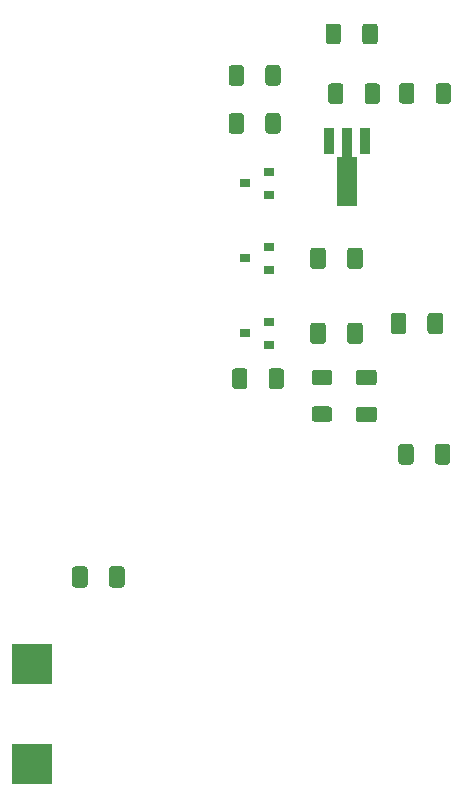
<source format=gbr>
%TF.GenerationSoftware,KiCad,Pcbnew,(5.1.12-1-10_14)*%
%TF.CreationDate,2021-12-21T21:30:39-06:00*%
%TF.ProjectId,Weather,57656174-6865-4722-9e6b-696361645f70,rev?*%
%TF.SameCoordinates,Original*%
%TF.FileFunction,Paste,Top*%
%TF.FilePolarity,Positive*%
%FSLAX46Y46*%
G04 Gerber Fmt 4.6, Leading zero omitted, Abs format (unit mm)*
G04 Created by KiCad (PCBNEW (5.1.12-1-10_14)) date 2021-12-21 21:30:39*
%MOMM*%
%LPD*%
G01*
G04 APERTURE LIST*
%ADD10R,3.500000X3.500000*%
%ADD11R,0.900000X0.800000*%
%ADD12R,0.900000X2.300000*%
%ADD13C,0.100000*%
G04 APERTURE END LIST*
%TO.C,C4*%
G36*
G01*
X144499300Y-88280002D02*
X144499300Y-86979998D01*
G75*
G02*
X144749298Y-86730000I249998J0D01*
G01*
X145574302Y-86730000D01*
G75*
G02*
X145824300Y-86979998I0J-249998D01*
G01*
X145824300Y-88280002D01*
G75*
G02*
X145574302Y-88530000I-249998J0D01*
G01*
X144749298Y-88530000D01*
G75*
G02*
X144499300Y-88280002I0J249998D01*
G01*
G37*
G36*
G01*
X141374300Y-88280002D02*
X141374300Y-86979998D01*
G75*
G02*
X141624298Y-86730000I249998J0D01*
G01*
X142449302Y-86730000D01*
G75*
G02*
X142699300Y-86979998I0J-249998D01*
G01*
X142699300Y-88280002D01*
G75*
G02*
X142449302Y-88530000I-249998J0D01*
G01*
X141624298Y-88530000D01*
G75*
G02*
X141374300Y-88280002I0J249998D01*
G01*
G37*
%TD*%
%TO.C,C3*%
G36*
G01*
X144499300Y-94630002D02*
X144499300Y-93329998D01*
G75*
G02*
X144749298Y-93080000I249998J0D01*
G01*
X145574302Y-93080000D01*
G75*
G02*
X145824300Y-93329998I0J-249998D01*
G01*
X145824300Y-94630002D01*
G75*
G02*
X145574302Y-94880000I-249998J0D01*
G01*
X144749298Y-94880000D01*
G75*
G02*
X144499300Y-94630002I0J249998D01*
G01*
G37*
G36*
G01*
X141374300Y-94630002D02*
X141374300Y-93329998D01*
G75*
G02*
X141624298Y-93080000I249998J0D01*
G01*
X142449302Y-93080000D01*
G75*
G02*
X142699300Y-93329998I0J-249998D01*
G01*
X142699300Y-94630002D01*
G75*
G02*
X142449302Y-94880000I-249998J0D01*
G01*
X141624298Y-94880000D01*
G75*
G02*
X141374300Y-94630002I0J249998D01*
G01*
G37*
%TD*%
%TO.C,C2*%
G36*
G01*
X149506500Y-92491798D02*
X149506500Y-93791802D01*
G75*
G02*
X149256502Y-94041800I-249998J0D01*
G01*
X148431498Y-94041800D01*
G75*
G02*
X148181500Y-93791802I0J249998D01*
G01*
X148181500Y-92491798D01*
G75*
G02*
X148431498Y-92241800I249998J0D01*
G01*
X149256502Y-92241800D01*
G75*
G02*
X149506500Y-92491798I0J-249998D01*
G01*
G37*
G36*
G01*
X152631500Y-92491798D02*
X152631500Y-93791802D01*
G75*
G02*
X152381502Y-94041800I-249998J0D01*
G01*
X151556498Y-94041800D01*
G75*
G02*
X151306500Y-93791802I0J249998D01*
G01*
X151306500Y-92491798D01*
G75*
G02*
X151556498Y-92241800I249998J0D01*
G01*
X152381502Y-92241800D01*
G75*
G02*
X152631500Y-92491798I0J-249998D01*
G01*
G37*
%TD*%
D10*
%TO.C,L1*%
X117805200Y-121954400D03*
X117805200Y-130454400D03*
%TD*%
%TO.C,C7*%
G36*
G01*
X122530900Y-113954797D02*
X122530900Y-115254803D01*
G75*
G02*
X122280903Y-115504800I-249997J0D01*
G01*
X121455897Y-115504800D01*
G75*
G02*
X121205900Y-115254803I0J249997D01*
G01*
X121205900Y-113954797D01*
G75*
G02*
X121455897Y-113704800I249997J0D01*
G01*
X122280903Y-113704800D01*
G75*
G02*
X122530900Y-113954797I0J-249997D01*
G01*
G37*
G36*
G01*
X125655900Y-113954797D02*
X125655900Y-115254803D01*
G75*
G02*
X125405903Y-115504800I-249997J0D01*
G01*
X124580897Y-115504800D01*
G75*
G02*
X124330900Y-115254803I0J249997D01*
G01*
X124330900Y-113954797D01*
G75*
G02*
X124580897Y-113704800I249997J0D01*
G01*
X125405903Y-113704800D01*
G75*
G02*
X125655900Y-113954797I0J-249997D01*
G01*
G37*
%TD*%
%TO.C,C1*%
G36*
G01*
X146776203Y-101501300D02*
X145476197Y-101501300D01*
G75*
G02*
X145226200Y-101251303I0J249997D01*
G01*
X145226200Y-100426297D01*
G75*
G02*
X145476197Y-100176300I249997J0D01*
G01*
X146776203Y-100176300D01*
G75*
G02*
X147026200Y-100426297I0J-249997D01*
G01*
X147026200Y-101251303D01*
G75*
G02*
X146776203Y-101501300I-249997J0D01*
G01*
G37*
G36*
G01*
X146776203Y-98376300D02*
X145476197Y-98376300D01*
G75*
G02*
X145226200Y-98126303I0J249997D01*
G01*
X145226200Y-97301297D01*
G75*
G02*
X145476197Y-97051300I249997J0D01*
G01*
X146776203Y-97051300D01*
G75*
G02*
X147026200Y-97301297I0J-249997D01*
G01*
X147026200Y-98126303D01*
G75*
G02*
X146776203Y-98376300I-249997J0D01*
G01*
G37*
%TD*%
D11*
%TO.C,D1*%
X135890000Y-93980000D03*
X137890000Y-93030000D03*
X137890000Y-94930000D03*
%TD*%
%TO.C,D2*%
X137890000Y-88580000D03*
X137890000Y-86680000D03*
X135890000Y-87630000D03*
%TD*%
%TO.C,D3*%
X137890000Y-82230000D03*
X137890000Y-80330000D03*
X135890000Y-81280000D03*
%TD*%
%TO.C,R1*%
G36*
G01*
X136056200Y-97190399D02*
X136056200Y-98440401D01*
G75*
G02*
X135806201Y-98690400I-249999J0D01*
G01*
X135006199Y-98690400D01*
G75*
G02*
X134756200Y-98440401I0J249999D01*
G01*
X134756200Y-97190399D01*
G75*
G02*
X135006199Y-96940400I249999J0D01*
G01*
X135806201Y-96940400D01*
G75*
G02*
X136056200Y-97190399I0J-249999D01*
G01*
G37*
G36*
G01*
X139156200Y-97190399D02*
X139156200Y-98440401D01*
G75*
G02*
X138906201Y-98690400I-249999J0D01*
G01*
X138106199Y-98690400D01*
G75*
G02*
X137856200Y-98440401I0J249999D01*
G01*
X137856200Y-97190399D01*
G75*
G02*
X138106199Y-96940400I249999J0D01*
G01*
X138906201Y-96940400D01*
G75*
G02*
X139156200Y-97190399I0J-249999D01*
G01*
G37*
%TD*%
%TO.C,R2*%
G36*
G01*
X137578000Y-72761001D02*
X137578000Y-71510999D01*
G75*
G02*
X137827999Y-71261000I249999J0D01*
G01*
X138628001Y-71261000D01*
G75*
G02*
X138878000Y-71510999I0J-249999D01*
G01*
X138878000Y-72761001D01*
G75*
G02*
X138628001Y-73011000I-249999J0D01*
G01*
X137827999Y-73011000D01*
G75*
G02*
X137578000Y-72761001I0J249999D01*
G01*
G37*
G36*
G01*
X134478000Y-72761001D02*
X134478000Y-71510999D01*
G75*
G02*
X134727999Y-71261000I249999J0D01*
G01*
X135528001Y-71261000D01*
G75*
G02*
X135778000Y-71510999I0J-249999D01*
G01*
X135778000Y-72761001D01*
G75*
G02*
X135528001Y-73011000I-249999J0D01*
G01*
X134727999Y-73011000D01*
G75*
G02*
X134478000Y-72761001I0J249999D01*
G01*
G37*
%TD*%
%TO.C,R3*%
G36*
G01*
X137578000Y-76825001D02*
X137578000Y-75574999D01*
G75*
G02*
X137827999Y-75325000I249999J0D01*
G01*
X138628001Y-75325000D01*
G75*
G02*
X138878000Y-75574999I0J-249999D01*
G01*
X138878000Y-76825001D01*
G75*
G02*
X138628001Y-77075000I-249999J0D01*
G01*
X137827999Y-77075000D01*
G75*
G02*
X137578000Y-76825001I0J249999D01*
G01*
G37*
G36*
G01*
X134478000Y-76825001D02*
X134478000Y-75574999D01*
G75*
G02*
X134727999Y-75325000I249999J0D01*
G01*
X135528001Y-75325000D01*
G75*
G02*
X135778000Y-75574999I0J-249999D01*
G01*
X135778000Y-76825001D01*
G75*
G02*
X135528001Y-77075000I-249999J0D01*
G01*
X134727999Y-77075000D01*
G75*
G02*
X134478000Y-76825001I0J249999D01*
G01*
G37*
%TD*%
%TO.C,R5*%
G36*
G01*
X142992001Y-101463800D02*
X141741999Y-101463800D01*
G75*
G02*
X141492000Y-101213801I0J249999D01*
G01*
X141492000Y-100413799D01*
G75*
G02*
X141741999Y-100163800I249999J0D01*
G01*
X142992001Y-100163800D01*
G75*
G02*
X143242000Y-100413799I0J-249999D01*
G01*
X143242000Y-101213801D01*
G75*
G02*
X142992001Y-101463800I-249999J0D01*
G01*
G37*
G36*
G01*
X142992001Y-98363800D02*
X141741999Y-98363800D01*
G75*
G02*
X141492000Y-98113801I0J249999D01*
G01*
X141492000Y-97313799D01*
G75*
G02*
X141741999Y-97063800I249999J0D01*
G01*
X142992001Y-97063800D01*
G75*
G02*
X143242000Y-97313799I0J-249999D01*
G01*
X143242000Y-98113801D01*
G75*
G02*
X142992001Y-98363800I-249999J0D01*
G01*
G37*
%TD*%
%TO.C,R8*%
G36*
G01*
X145781000Y-69255801D02*
X145781000Y-68005799D01*
G75*
G02*
X146030999Y-67755800I249999J0D01*
G01*
X146831001Y-67755800D01*
G75*
G02*
X147081000Y-68005799I0J-249999D01*
G01*
X147081000Y-69255801D01*
G75*
G02*
X146831001Y-69505800I-249999J0D01*
G01*
X146030999Y-69505800D01*
G75*
G02*
X145781000Y-69255801I0J249999D01*
G01*
G37*
G36*
G01*
X142681000Y-69255801D02*
X142681000Y-68005799D01*
G75*
G02*
X142930999Y-67755800I249999J0D01*
G01*
X143731001Y-67755800D01*
G75*
G02*
X143981000Y-68005799I0J-249999D01*
G01*
X143981000Y-69255801D01*
G75*
G02*
X143731001Y-69505800I-249999J0D01*
G01*
X142930999Y-69505800D01*
G75*
G02*
X142681000Y-69255801I0J249999D01*
G01*
G37*
%TD*%
%TO.C,R9*%
G36*
G01*
X144184200Y-73060399D02*
X144184200Y-74310401D01*
G75*
G02*
X143934201Y-74560400I-249999J0D01*
G01*
X143134199Y-74560400D01*
G75*
G02*
X142884200Y-74310401I0J249999D01*
G01*
X142884200Y-73060399D01*
G75*
G02*
X143134199Y-72810400I249999J0D01*
G01*
X143934201Y-72810400D01*
G75*
G02*
X144184200Y-73060399I0J-249999D01*
G01*
G37*
G36*
G01*
X147284200Y-73060399D02*
X147284200Y-74310401D01*
G75*
G02*
X147034201Y-74560400I-249999J0D01*
G01*
X146234199Y-74560400D01*
G75*
G02*
X145984200Y-74310401I0J249999D01*
G01*
X145984200Y-73060399D01*
G75*
G02*
X146234199Y-72810400I249999J0D01*
G01*
X147034201Y-72810400D01*
G75*
G02*
X147284200Y-73060399I0J-249999D01*
G01*
G37*
%TD*%
%TO.C,R10*%
G36*
G01*
X153305200Y-73034999D02*
X153305200Y-74285001D01*
G75*
G02*
X153055201Y-74535000I-249999J0D01*
G01*
X152255199Y-74535000D01*
G75*
G02*
X152005200Y-74285001I0J249999D01*
G01*
X152005200Y-73034999D01*
G75*
G02*
X152255199Y-72785000I249999J0D01*
G01*
X153055201Y-72785000D01*
G75*
G02*
X153305200Y-73034999I0J-249999D01*
G01*
G37*
G36*
G01*
X150205200Y-73034999D02*
X150205200Y-74285001D01*
G75*
G02*
X149955201Y-74535000I-249999J0D01*
G01*
X149155199Y-74535000D01*
G75*
G02*
X148905200Y-74285001I0J249999D01*
G01*
X148905200Y-73034999D01*
G75*
G02*
X149155199Y-72785000I249999J0D01*
G01*
X149955201Y-72785000D01*
G75*
G02*
X150205200Y-73034999I0J-249999D01*
G01*
G37*
%TD*%
%TO.C,R11*%
G36*
G01*
X148827800Y-104841201D02*
X148827800Y-103591199D01*
G75*
G02*
X149077799Y-103341200I249999J0D01*
G01*
X149877801Y-103341200D01*
G75*
G02*
X150127800Y-103591199I0J-249999D01*
G01*
X150127800Y-104841201D01*
G75*
G02*
X149877801Y-105091200I-249999J0D01*
G01*
X149077799Y-105091200D01*
G75*
G02*
X148827800Y-104841201I0J249999D01*
G01*
G37*
G36*
G01*
X151927800Y-104841201D02*
X151927800Y-103591199D01*
G75*
G02*
X152177799Y-103341200I249999J0D01*
G01*
X152977801Y-103341200D01*
G75*
G02*
X153227800Y-103591199I0J-249999D01*
G01*
X153227800Y-104841201D01*
G75*
G02*
X152977801Y-105091200I-249999J0D01*
G01*
X152177799Y-105091200D01*
G75*
G02*
X151927800Y-104841201I0J249999D01*
G01*
G37*
%TD*%
D12*
%TO.C,U2*%
X146000600Y-77733000D03*
X143000600Y-77733000D03*
D13*
G36*
X143634100Y-83183000D02*
G01*
X143634100Y-79058000D01*
X144050600Y-79058000D01*
X144050600Y-76583000D01*
X144950600Y-76583000D01*
X144950600Y-79058000D01*
X145367100Y-79058000D01*
X145367100Y-83183000D01*
X143634100Y-83183000D01*
G37*
%TD*%
M02*

</source>
